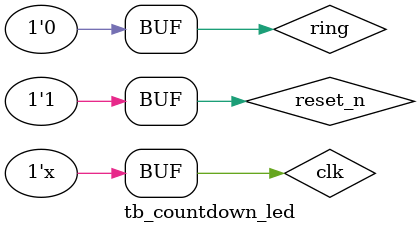
<source format=v>
`timescale 1ns / 1ps


module tb_countdown_led();
    reg clk;  //需要1khz时钟
    reg reset_n;
    reg ring;
    countdown_led countdown_led1(
    .clk(clk),
    .reset_n(reset_n),
    .ring(ring)
    );
    initial begin
        clk = 0;
        reset_n = 0;
        ring = 0;
        #10000 reset_n = 1;
        #500000 ring = 1;
        #2500 ring=0;
    end
    always #10 clk = ~clk;
endmodule

</source>
